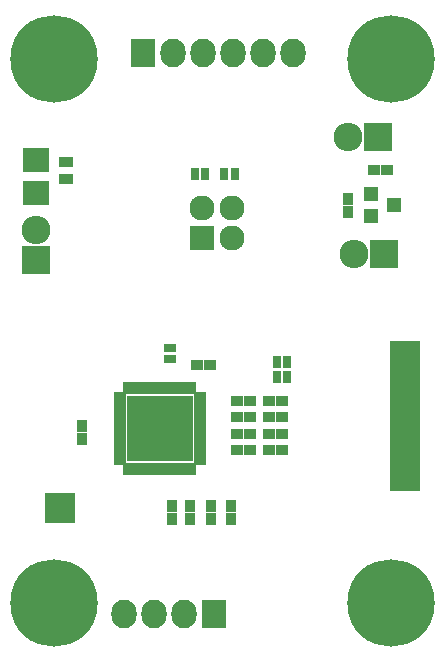
<source format=gts>
G04 #@! TF.FileFunction,Soldermask,Top*
%FSLAX46Y46*%
G04 Gerber Fmt 4.6, Leading zero omitted, Abs format (unit mm)*
G04 Created by KiCad (PCBNEW no-vcs-found-undefined) date Mon Oct 24 18:16:08 2016*
%MOMM*%
%LPD*%
G01*
G04 APERTURE LIST*
%ADD10C,0.100000*%
%ADD11R,1.687500X1.687500*%
%ADD12R,0.650000X1.100000*%
%ADD13R,1.100000X0.650000*%
%ADD14R,0.900000X1.000000*%
%ADD15R,1.000000X0.900000*%
%ADD16R,2.200860X1.997660*%
%ADD17R,2.635200X2.635200*%
%ADD18R,2.127200X2.432000*%
%ADD19O,2.127200X2.432000*%
%ADD20R,2.127200X2.127200*%
%ADD21O,2.127200X2.127200*%
%ADD22R,2.432000X2.432000*%
%ADD23O,2.432000X2.432000*%
%ADD24R,1.000000X0.800000*%
%ADD25R,0.800000X1.000000*%
%ADD26R,1.300000X0.900000*%
%ADD27R,1.200100X1.200100*%
%ADD28C,7.400000*%
G04 APERTURE END LIST*
D10*
D11*
X147500750Y-141324750D03*
X147500750Y-142612250D03*
X147500750Y-143899750D03*
X147500750Y-145187250D03*
X148788250Y-141324750D03*
X148788250Y-142612250D03*
X148788250Y-143899750D03*
X148788250Y-145187250D03*
X150075750Y-141324750D03*
X150075750Y-142612250D03*
X150075750Y-143899750D03*
X150075750Y-145187250D03*
X151363250Y-141324750D03*
X151363250Y-142612250D03*
X151363250Y-143899750D03*
X151363250Y-145187250D03*
D12*
X146682000Y-139856000D03*
X147182000Y-139856000D03*
X147682000Y-139856000D03*
X148182000Y-139856000D03*
X148682000Y-139856000D03*
X149182000Y-139856000D03*
X149682000Y-139856000D03*
X150182000Y-139856000D03*
X150682000Y-139856000D03*
X151182000Y-139856000D03*
X151682000Y-139856000D03*
X152182000Y-139856000D03*
D13*
X152832000Y-140506000D03*
X152832000Y-141006000D03*
X152832000Y-141506000D03*
X152832000Y-142006000D03*
X152832000Y-142506000D03*
X152832000Y-143006000D03*
X152832000Y-143506000D03*
X152832000Y-144006000D03*
X152832000Y-144506000D03*
X152832000Y-145006000D03*
X152832000Y-145506000D03*
X152832000Y-146006000D03*
D12*
X152182000Y-146656000D03*
X151682000Y-146656000D03*
X151182000Y-146656000D03*
X150682000Y-146656000D03*
X150182000Y-146656000D03*
X149682000Y-146656000D03*
X149182000Y-146656000D03*
X148682000Y-146656000D03*
X148182000Y-146656000D03*
X147682000Y-146656000D03*
X147182000Y-146656000D03*
X146682000Y-146656000D03*
D13*
X146032000Y-146006000D03*
X146032000Y-145506000D03*
X146032000Y-145006000D03*
X146032000Y-144506000D03*
X146032000Y-144006000D03*
X146032000Y-143506000D03*
X146032000Y-143006000D03*
X146032000Y-142506000D03*
X146032000Y-142006000D03*
X146032000Y-141506000D03*
X146032000Y-141006000D03*
X146032000Y-140506000D03*
D14*
X152030000Y-149850000D03*
X152030000Y-150950000D03*
X155430000Y-149850000D03*
X155430000Y-150950000D03*
D15*
X157080000Y-145100000D03*
X155980000Y-145100000D03*
X157080000Y-143700000D03*
X155980000Y-143700000D03*
X157080000Y-142300000D03*
X155980000Y-142300000D03*
X157080000Y-140900000D03*
X155980000Y-140900000D03*
X152580000Y-137900000D03*
X153680000Y-137900000D03*
X158680000Y-145100000D03*
X159780000Y-145100000D03*
X158680000Y-143700000D03*
X159780000Y-143700000D03*
X158680000Y-142300000D03*
X159780000Y-142300000D03*
X158680000Y-140900000D03*
X159780000Y-140900000D03*
X168698000Y-121348500D03*
X167598000Y-121348500D03*
D14*
X165354000Y-124946500D03*
X165354000Y-123846500D03*
D16*
X138938000Y-123339860D03*
X138938000Y-120500140D03*
D17*
X141000000Y-150000000D03*
X170180000Y-147320000D03*
X170180000Y-137160000D03*
D18*
X154000000Y-159000000D03*
D19*
X151460000Y-159000000D03*
X148920000Y-159000000D03*
X146380000Y-159000000D03*
D20*
X152985000Y-127140000D03*
D21*
X152985000Y-124600000D03*
X155525000Y-127140000D03*
X155525000Y-124600000D03*
D17*
X170180000Y-139700000D03*
X170180000Y-142240000D03*
X170180000Y-144780000D03*
D22*
X167894000Y-118554500D03*
D23*
X165354000Y-118554500D03*
D22*
X138938000Y-129032000D03*
D23*
X138938000Y-126492000D03*
D22*
X168402000Y-128460500D03*
D23*
X165862000Y-128460500D03*
D18*
X148000000Y-111500000D03*
D19*
X150540000Y-111500000D03*
X153080000Y-111500000D03*
X155620000Y-111500000D03*
X158160000Y-111500000D03*
X160700000Y-111500000D03*
D24*
X150330000Y-136450000D03*
X150330000Y-137350000D03*
D25*
X152400000Y-121700000D03*
X153300000Y-121700000D03*
X154900000Y-121700000D03*
X155800000Y-121700000D03*
X160216000Y-138938000D03*
X159316000Y-138938000D03*
X159316000Y-137668000D03*
X160216000Y-137668000D03*
D26*
X141478000Y-120662000D03*
X141478000Y-122162000D03*
D27*
X167272240Y-123384976D03*
X167272240Y-125284976D03*
X169271220Y-124334976D03*
D28*
X169000000Y-112000000D03*
X140500000Y-112000000D03*
X169000000Y-158000000D03*
X140500000Y-158000000D03*
D14*
X142830000Y-144150000D03*
X142830000Y-143050000D03*
X150430000Y-150950000D03*
X150430000Y-149850000D03*
X153730000Y-150950000D03*
X153730000Y-149850000D03*
M02*

</source>
